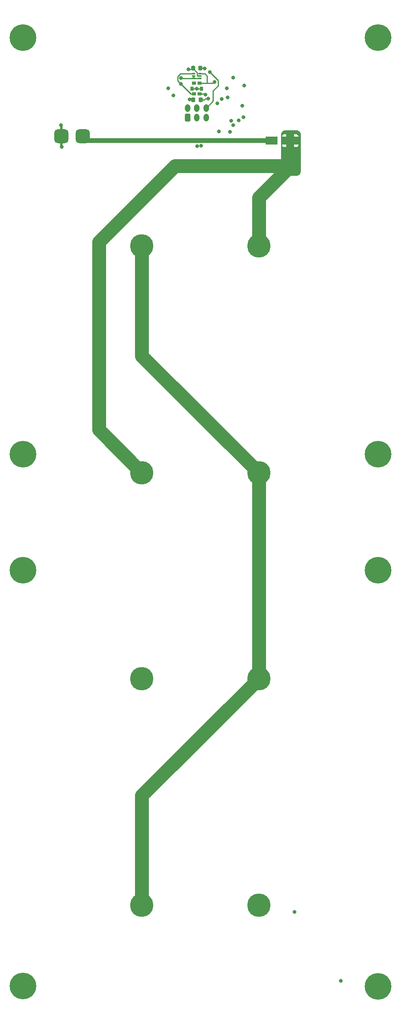
<source format=gbr>
%TF.GenerationSoftware,KiCad,Pcbnew,9.0.0*%
%TF.CreationDate,2025-11-19T22:29:22-08:00*%
%TF.ProjectId,2U_XY_V1,32555f58-595f-4563-912e-6b696361645f,1.0*%
%TF.SameCoordinates,Original*%
%TF.FileFunction,Copper,L1,Top*%
%TF.FilePolarity,Positive*%
%FSLAX46Y46*%
G04 Gerber Fmt 4.6, Leading zero omitted, Abs format (unit mm)*
G04 Created by KiCad (PCBNEW 9.0.0) date 2025-11-19 22:29:22*
%MOMM*%
%LPD*%
G01*
G04 APERTURE LIST*
G04 Aperture macros list*
%AMRoundRect*
0 Rectangle with rounded corners*
0 $1 Rounding radius*
0 $2 $3 $4 $5 $6 $7 $8 $9 X,Y pos of 4 corners*
0 Add a 4 corners polygon primitive as box body*
4,1,4,$2,$3,$4,$5,$6,$7,$8,$9,$2,$3,0*
0 Add four circle primitives for the rounded corners*
1,1,$1+$1,$2,$3*
1,1,$1+$1,$4,$5*
1,1,$1+$1,$6,$7*
1,1,$1+$1,$8,$9*
0 Add four rect primitives between the rounded corners*
20,1,$1+$1,$2,$3,$4,$5,0*
20,1,$1+$1,$4,$5,$6,$7,0*
20,1,$1+$1,$6,$7,$8,$9,0*
20,1,$1+$1,$8,$9,$2,$3,0*%
G04 Aperture macros list end*
%TA.AperFunction,SMDPad,CuDef*%
%ADD10R,0.790000X0.850000*%
%TD*%
%TA.AperFunction,SMDPad,CuDef*%
%ADD11R,0.850000X0.790000*%
%TD*%
%TA.AperFunction,ComponentPad*%
%ADD12C,5.700000*%
%TD*%
%TA.AperFunction,ComponentPad*%
%ADD13C,5.000000*%
%TD*%
%TA.AperFunction,SMDPad,CuDef*%
%ADD14RoundRect,0.750000X-0.750000X-0.750000X0.750000X-0.750000X0.750000X0.750000X-0.750000X0.750000X0*%
%TD*%
%TA.AperFunction,SMDPad,CuDef*%
%ADD15RoundRect,0.087500X-0.250000X-0.087500X0.250000X-0.087500X0.250000X0.087500X-0.250000X0.087500X0*%
%TD*%
%TA.AperFunction,SMDPad,CuDef*%
%ADD16R,2.500000X1.700000*%
%TD*%
%TA.AperFunction,SMDPad,CuDef*%
%ADD17RoundRect,0.225000X-0.225000X-0.250000X0.225000X-0.250000X0.225000X0.250000X-0.225000X0.250000X0*%
%TD*%
%TA.AperFunction,SMDPad,CuDef*%
%ADD18RoundRect,0.218750X0.218750X0.256250X-0.218750X0.256250X-0.218750X-0.256250X0.218750X-0.256250X0*%
%TD*%
%TA.AperFunction,ComponentPad*%
%ADD19RoundRect,0.250000X-0.350000X-0.575000X0.350000X-0.575000X0.350000X0.575000X-0.350000X0.575000X0*%
%TD*%
%TA.AperFunction,ComponentPad*%
%ADD20O,1.200000X1.650000*%
%TD*%
%TA.AperFunction,ViaPad*%
%ADD21C,0.800000*%
%TD*%
%TA.AperFunction,Conductor*%
%ADD22C,0.250000*%
%TD*%
%TA.AperFunction,Conductor*%
%ADD23C,0.500000*%
%TD*%
%TA.AperFunction,Conductor*%
%ADD24C,1.000000*%
%TD*%
%TA.AperFunction,Conductor*%
%ADD25C,3.000000*%
%TD*%
G04 APERTURE END LIST*
D10*
%TO.P,U7,1,GND*%
%TO.N,GND*%
X210030000Y-51860000D03*
D11*
%TO.P,U7,2,SDA*%
%TO.N,/SDA*%
X209590000Y-50710000D03*
%TO.P,U7,3,INT*%
%TO.N,unconnected-(U7-INT-Pad3)*%
X208390000Y-50710000D03*
D10*
%TO.P,U7,4,GND*%
%TO.N,GND*%
X207950000Y-51860000D03*
D11*
%TO.P,U7,5,SCL*%
%TO.N,/SCL*%
X208390000Y-53010000D03*
%TO.P,U7,6,VDD*%
%TO.N,+3V3*%
X209590000Y-53010000D03*
%TD*%
D12*
%TO.P,J2,1,Pin_1*%
%TO.N,unconnected-(J2-Pin_1-Pad1)*%
X171800001Y-41000000D03*
%TD*%
%TO.P,J4,1,Pin_1*%
%TO.N,unconnected-(J4-Pin_1-Pad1)*%
X247800001Y-41000000D03*
%TD*%
%TO.P,J3,1,Pin_1*%
%TO.N,unconnected-(J3-Pin_1-Pad1)*%
X171800001Y-243750000D03*
%TD*%
D13*
%TO.P,SC1,1,+*%
%TO.N,/SOL_OUT*%
X222250000Y-85500000D03*
%TO.P,SC1,2,-*%
%TO.N,Net-(SC1---Pad2)*%
X197250000Y-85500000D03*
%TO.P,SC1,3,+*%
%TO.N,/SOL_OUT*%
X197250000Y-134000000D03*
%TO.P,SC1,4,-*%
%TO.N,Net-(SC1---Pad2)*%
X222250000Y-134000000D03*
%TD*%
D14*
%TO.P,TP1,1,1*%
%TO.N,VSOLAR*%
X184600000Y-62010000D03*
%TD*%
D15*
%TO.P,U2,1,SCL*%
%TO.N,/SCL*%
X208267500Y-48700000D03*
%TO.P,U2,2,GND*%
%TO.N,GND*%
X208267499Y-49200000D03*
%TO.P,U2,3,ALERT*%
X208267500Y-49700000D03*
%TO.P,U2,4,ADD0*%
X209692500Y-49700000D03*
%TO.P,U2,5,V+*%
%TO.N,+3V3*%
X209692501Y-49200000D03*
%TO.P,U2,6,SDA*%
%TO.N,/SDA*%
X209692500Y-48700000D03*
%TD*%
D12*
%TO.P,J14,1,Pin_1*%
%TO.N,unconnected-(J4-Pin_1-Pad1)*%
X247800001Y-154800000D03*
%TD*%
D14*
%TO.P,TP2,1,1*%
%TO.N,GND*%
X180000000Y-62000000D03*
%TD*%
D12*
%TO.P,J114,1,Pin_1*%
%TO.N,unconnected-(J4-Pin_1-Pad1)*%
X247800001Y-130000000D03*
%TD*%
D16*
%TO.P,D2,1,K*%
%TO.N,VSOLAR*%
X225000000Y-63000000D03*
%TO.P,D2,2,A*%
%TO.N,/SOL_OUT*%
X229000002Y-63000000D03*
%TD*%
D17*
%TO.P,C2,1*%
%TO.N,+3V3*%
X208205000Y-47480000D03*
%TO.P,C2,2*%
%TO.N,GND*%
X209755000Y-47480000D03*
%TD*%
D12*
%TO.P,J5,1,Pin_1*%
%TO.N,unconnected-(J5-Pin_1-Pad1)*%
X247800000Y-243800000D03*
%TD*%
D13*
%TO.P,SC2,1,+*%
%TO.N,Net-(SC1---Pad2)*%
X222250000Y-178000000D03*
%TO.P,SC2,2,-*%
%TO.N,GND*%
X197250000Y-178000000D03*
%TO.P,SC2,3,+*%
%TO.N,Net-(SC1---Pad2)*%
X197250000Y-226500000D03*
%TO.P,SC2,4,-*%
%TO.N,GND*%
X222250000Y-226500000D03*
%TD*%
D18*
%TO.P,D4,1,K*%
%TO.N,GND*%
X209807501Y-54260000D03*
%TO.P,D4,2,A*%
%TO.N,Net-(D4-A)*%
X208232499Y-54260000D03*
%TD*%
D12*
%TO.P,J12,1,Pin_1*%
%TO.N,unconnected-(J2-Pin_1-Pad1)*%
X171800001Y-154800000D03*
%TD*%
%TO.P,J112,1,Pin_1*%
%TO.N,unconnected-(J2-Pin_1-Pad1)*%
X171800001Y-130000000D03*
%TD*%
D19*
%TO.P,CN1,1,Pin_1*%
%TO.N,GND*%
X207000000Y-58020000D03*
D20*
%TO.P,CN1,2,Pin_2*%
%TO.N,SDAIN*%
X207000000Y-56019999D03*
%TO.P,CN1,3,Pin_3*%
%TO.N,VSOLAR*%
X209000001Y-58020000D03*
%TO.P,CN1,4,Pin_4*%
%TO.N,+3V3*%
X209000000Y-56020000D03*
%TO.P,CN1,5,Pin_5*%
%TO.N,VSOLAR*%
X211000000Y-58020000D03*
%TO.P,CN1,6,Pin_6*%
%TO.N,SCLIN*%
X211000001Y-56020000D03*
%TD*%
D21*
%TO.N,GND*%
X216319998Y-58715000D03*
X213419999Y-54990000D03*
X211414772Y-53956603D03*
X214326520Y-54103480D03*
X215411297Y-51766078D03*
X208990000Y-51860000D03*
X179980000Y-59700000D03*
X210710000Y-47590153D03*
X180090000Y-64300000D03*
X205630000Y-49590000D03*
X217920000Y-58640000D03*
%TO.N,+3V3*%
X219150000Y-51200000D03*
X209090000Y-64140000D03*
X202920000Y-51780000D03*
X210826736Y-53147766D03*
X213750000Y-61050000D03*
X209940000Y-64100000D03*
X216060000Y-61110000D03*
X203980000Y-53290000D03*
X207230000Y-47710000D03*
X218760000Y-55530000D03*
X216780000Y-49550000D03*
X218994998Y-57980000D03*
%TO.N,VSOLAR*%
X221430000Y-62990000D03*
X219900000Y-62970000D03*
X222780000Y-63000000D03*
%TO.N,/SCL*%
X215590000Y-53720000D03*
X205590000Y-50890000D03*
%TO.N,/SDA*%
X212820000Y-50480000D03*
%TO.N,Net-(D4-A)*%
X207430000Y-54160000D03*
%TO.N,Net-(U3-OUT+)*%
X239820000Y-242660000D03*
X216769999Y-59709999D03*
X229940000Y-227900000D03*
%TO.N,SCLIN*%
X211785153Y-48315153D03*
%TD*%
D22*
%TO.N,GND*%
X208267500Y-49700000D02*
X205740000Y-49700000D01*
X210030000Y-51860000D02*
X208990000Y-51860000D01*
D23*
X180000000Y-64210000D02*
X180090000Y-64300000D01*
D22*
X209755000Y-47480000D02*
X210599847Y-47480000D01*
X211414772Y-53956603D02*
X210927397Y-53956603D01*
D23*
X180000000Y-62000000D02*
X180000000Y-59720000D01*
D22*
X207950000Y-51860000D02*
X208990000Y-51860000D01*
X210927397Y-53956603D02*
X210624000Y-54260000D01*
D23*
X180000000Y-62000000D02*
X180000000Y-64210000D01*
X180000000Y-59720000D02*
X179980000Y-59700000D01*
D22*
X205740000Y-49700000D02*
X205630000Y-49590000D01*
X208267499Y-49200000D02*
X208267499Y-49699999D01*
X210599847Y-47480000D02*
X210710000Y-47590153D01*
X210624000Y-54260000D02*
X209807501Y-54260000D01*
X208267499Y-49699999D02*
X208267500Y-49700000D01*
X208267500Y-49700000D02*
X209692500Y-49700000D01*
%TO.N,+3V3*%
X210688970Y-53010000D02*
X210826736Y-53147766D01*
X209210000Y-49200000D02*
X209692501Y-49200000D01*
X209029000Y-49019000D02*
X209210000Y-49200000D01*
X207230000Y-47710000D02*
X208300202Y-47710000D01*
X209590000Y-53010000D02*
X210688970Y-53010000D01*
X208300202Y-47710000D02*
X209029000Y-48438798D01*
X209029000Y-48438798D02*
X209029000Y-49019000D01*
D24*
%TO.N,VSOLAR*%
X225000000Y-63000000D02*
X222780000Y-63000000D01*
X222780000Y-63000000D02*
X185590000Y-63000000D01*
D23*
X184600000Y-62010000D02*
X185510000Y-62920000D01*
D24*
X185590000Y-63000000D02*
X184600000Y-62010000D01*
D22*
%TO.N,/SCL*%
X205493280Y-48700000D02*
X208267500Y-48700000D01*
X207710000Y-53010000D02*
X208390000Y-53010000D01*
X204904000Y-49289280D02*
X205493280Y-48700000D01*
X204904000Y-50204000D02*
X204904000Y-49289280D01*
X205590000Y-50890000D02*
X207710000Y-53010000D01*
X205590000Y-50890000D02*
X204904000Y-50204000D01*
%TO.N,/SDA*%
X210789000Y-48699000D02*
X209692500Y-48699000D01*
X211220000Y-50710000D02*
X211220000Y-49130000D01*
X211220000Y-49130000D02*
X210789000Y-48699000D01*
X212820000Y-50480000D02*
X212670000Y-50480000D01*
X212670000Y-50480000D02*
X212440000Y-50710000D01*
X212440000Y-50710000D02*
X211220000Y-50710000D01*
X211220000Y-50710000D02*
X209590000Y-50710000D01*
%TO.N,Net-(D4-A)*%
X208180000Y-54207501D02*
X208232499Y-54260000D01*
X207430000Y-54160000D02*
X207477501Y-54207501D01*
X207477501Y-54207501D02*
X208180000Y-54207501D01*
%TO.N,SCLIN*%
X212474280Y-54545721D02*
X211000001Y-56020000D01*
X212550000Y-49080000D02*
X213546000Y-50076000D01*
X212474280Y-52345720D02*
X212474280Y-54545721D01*
X213546000Y-51274000D02*
X212474280Y-52345720D01*
X212550000Y-49080000D02*
X211785153Y-48315153D01*
X213546000Y-50076000D02*
X213546000Y-51274000D01*
%TO.N,SDAIN*%
X206704000Y-55723999D02*
X207000000Y-56019999D01*
D25*
%TO.N,Net-(SC1---Pad2)*%
X222250000Y-134000000D02*
X197250000Y-109000000D01*
X197250000Y-226500000D02*
X197250000Y-203000000D01*
X222250000Y-178000000D02*
X222250000Y-134000000D01*
X197250000Y-109000000D02*
X197250000Y-85500000D01*
X197250000Y-203000000D02*
X222250000Y-178000000D01*
%TO.N,/SOL_OUT*%
X204350000Y-68370000D02*
X229050000Y-68370000D01*
X222250000Y-85500000D02*
X222250000Y-75170000D01*
X197250000Y-134000000D02*
X188060000Y-124810000D01*
X188060000Y-124810000D02*
X188060000Y-84660000D01*
X222250000Y-75170000D02*
X229050000Y-68370000D01*
X188060000Y-84660000D02*
X204350000Y-68370000D01*
%TD*%
%TA.AperFunction,Conductor*%
%TO.N,/SOL_OUT*%
G36*
X230253056Y-60750301D02*
G01*
X230438966Y-60768611D01*
X230450975Y-60771000D01*
X230626799Y-60824335D01*
X230638109Y-60829020D01*
X230800139Y-60915627D01*
X230810327Y-60922434D01*
X230952348Y-61038988D01*
X230961011Y-61047651D01*
X231077565Y-61189672D01*
X231084372Y-61199860D01*
X231170977Y-61361886D01*
X231175666Y-61373205D01*
X231228998Y-61549020D01*
X231231388Y-61561037D01*
X231249699Y-61746943D01*
X231250000Y-61753069D01*
X231250000Y-69496930D01*
X231249699Y-69503056D01*
X231231388Y-69688962D01*
X231228998Y-69700979D01*
X231175666Y-69876794D01*
X231170977Y-69888113D01*
X231084372Y-70050139D01*
X231077565Y-70060327D01*
X230961011Y-70202348D01*
X230952348Y-70211011D01*
X230810327Y-70327565D01*
X230800139Y-70334372D01*
X230638113Y-70420977D01*
X230626794Y-70425666D01*
X230450979Y-70478998D01*
X230438962Y-70481388D01*
X230253056Y-70499699D01*
X230246930Y-70500000D01*
X228003071Y-70500000D01*
X227996945Y-70499699D01*
X227811038Y-70481388D01*
X227799021Y-70478998D01*
X227623206Y-70425666D01*
X227611887Y-70420977D01*
X227449861Y-70334372D01*
X227439673Y-70327565D01*
X227297652Y-70211011D01*
X227288989Y-70202348D01*
X227172435Y-70060327D01*
X227165628Y-70050139D01*
X227079023Y-69888113D01*
X227074336Y-69876799D01*
X227021001Y-69700975D01*
X227018612Y-69688962D01*
X227000302Y-69503056D01*
X227000001Y-69496930D01*
X227000001Y-63897835D01*
X227250002Y-63897835D01*
X227256404Y-63957377D01*
X227306649Y-64092091D01*
X227306651Y-64092094D01*
X227392810Y-64207186D01*
X227392815Y-64207191D01*
X227507907Y-64293350D01*
X227507910Y-64293352D01*
X227642624Y-64343597D01*
X227702166Y-64349999D01*
X227702180Y-64350000D01*
X228150002Y-64350000D01*
X229850002Y-64350000D01*
X230297824Y-64350000D01*
X230297837Y-64349999D01*
X230357379Y-64343597D01*
X230492093Y-64293352D01*
X230492096Y-64293350D01*
X230607188Y-64207191D01*
X230607193Y-64207186D01*
X230693352Y-64092094D01*
X230693354Y-64092091D01*
X230743599Y-63957377D01*
X230750001Y-63897835D01*
X230750002Y-63897822D01*
X230750002Y-63850000D01*
X229850002Y-63850000D01*
X229850002Y-64350000D01*
X228150002Y-64350000D01*
X228150002Y-63850000D01*
X227250002Y-63850000D01*
X227250002Y-63897835D01*
X227000001Y-63897835D01*
X227000001Y-62102164D01*
X227250002Y-62102164D01*
X227250002Y-62150000D01*
X228150002Y-62150000D01*
X229850002Y-62150000D01*
X230750002Y-62150000D01*
X230750002Y-62102177D01*
X230750001Y-62102164D01*
X230743599Y-62042622D01*
X230693354Y-61907908D01*
X230693352Y-61907905D01*
X230607193Y-61792813D01*
X230607188Y-61792808D01*
X230492096Y-61706649D01*
X230492093Y-61706647D01*
X230357379Y-61656402D01*
X230297837Y-61650000D01*
X229850002Y-61650000D01*
X229850002Y-62150000D01*
X228150002Y-62150000D01*
X228150002Y-61650000D01*
X227702166Y-61650000D01*
X227642624Y-61656402D01*
X227507910Y-61706647D01*
X227507907Y-61706649D01*
X227392815Y-61792808D01*
X227392810Y-61792813D01*
X227306651Y-61907905D01*
X227306649Y-61907908D01*
X227256404Y-62042622D01*
X227250002Y-62102164D01*
X227000001Y-62102164D01*
X227000001Y-61753069D01*
X227000302Y-61746943D01*
X227004271Y-61706647D01*
X227018613Y-61561031D01*
X227021000Y-61549026D01*
X227074337Y-61373196D01*
X227079019Y-61361893D01*
X227165631Y-61199855D01*
X227172431Y-61189677D01*
X227288990Y-61047649D01*
X227297652Y-61038988D01*
X227439678Y-60922430D01*
X227449856Y-60915630D01*
X227611894Y-60829018D01*
X227623197Y-60824336D01*
X227799027Y-60770999D01*
X227811032Y-60768612D01*
X227996945Y-60750301D01*
X228003071Y-60750000D01*
X230246930Y-60750000D01*
X230253056Y-60750301D01*
G37*
%TD.AperFunction*%
%TD*%
M02*

</source>
